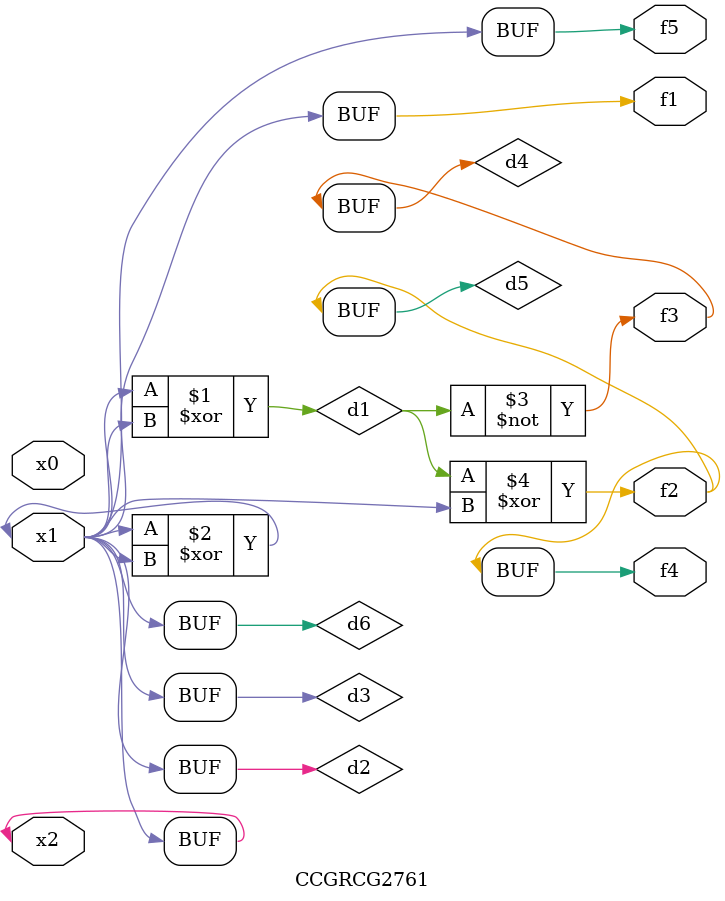
<source format=v>
module CCGRCG2761(
	input x0, x1, x2,
	output f1, f2, f3, f4, f5
);

	wire d1, d2, d3, d4, d5, d6;

	xor (d1, x1, x2);
	buf (d2, x1, x2);
	xor (d3, x1, x2);
	nor (d4, d1);
	xor (d5, d1, d2);
	buf (d6, d2, d3);
	assign f1 = d6;
	assign f2 = d5;
	assign f3 = d4;
	assign f4 = d5;
	assign f5 = d6;
endmodule

</source>
